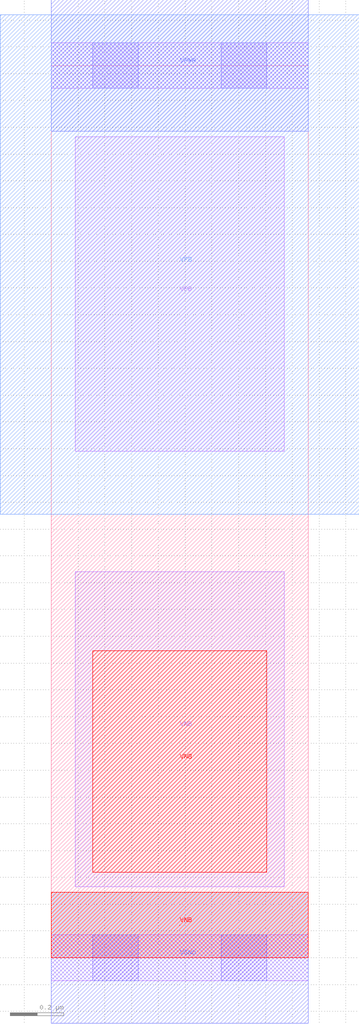
<source format=lef>
# Copyright 2020 The SkyWater PDK Authors
#
# Licensed under the Apache License, Version 2.0 (the "License");
# you may not use this file except in compliance with the License.
# You may obtain a copy of the License at
#
#     https://www.apache.org/licenses/LICENSE-2.0
#
# Unless required by applicable law or agreed to in writing, software
# distributed under the License is distributed on an "AS IS" BASIS,
# WITHOUT WARRANTIES OR CONDITIONS OF ANY KIND, either express or implied.
# See the License for the specific language governing permissions and
# limitations under the License.
#
# SPDX-License-Identifier: Apache-2.0

VERSION 5.7 ;
  NOWIREEXTENSIONATPIN ON ;
  DIVIDERCHAR "/" ;
  BUSBITCHARS "[]" ;
MACRO sky130_fd_sc_lp__tap_2
  CLASS CORE WELLTAP ;
  FOREIGN sky130_fd_sc_lp__tap_2 ;
  ORIGIN  0.000000  0.000000 ;
  SIZE  0.960000 BY  3.330000 ;
  SYMMETRY X Y R90 ;
  SITE unit ;
  PIN VGND
    DIRECTION INOUT ;
    USE GROUND ;
    PORT
      LAYER met1 ;
        RECT 0.000000 -0.245000 0.960000 0.245000 ;
    END
  END VGND
  PIN VNB
    DIRECTION INOUT ;
    USE GROUND ;
    PORT
      LAYER li1 ;
        RECT 0.090000 0.265000 0.870000 1.440000 ;
      LAYER pwell ;
        RECT 0.155000 0.320000 0.805000 1.145000 ;
    END
    PORT
      LAYER pwell ;
        RECT 0.000000 0.000000 0.960000 0.245000 ;
    END
  END VNB
  PIN VPB
    DIRECTION INOUT ;
    USE POWER ;
    PORT
      LAYER li1 ;
        RECT 0.090000 1.890000 0.870000 3.065000 ;
      LAYER nwell ;
        RECT -0.190000 1.655000 1.150000 3.520000 ;
    END
  END VPB
  PIN VPWR
    DIRECTION INOUT ;
    USE POWER ;
    PORT
      LAYER met1 ;
        RECT 0.000000 3.085000 0.960000 3.575000 ;
    END
  END VPWR
  OBS
    LAYER li1 ;
      RECT 0.000000 -0.085000 0.960000 0.085000 ;
      RECT 0.000000  3.245000 0.960000 3.415000 ;
    LAYER mcon ;
      RECT 0.155000 -0.085000 0.325000 0.085000 ;
      RECT 0.155000  3.245000 0.325000 3.415000 ;
      RECT 0.635000 -0.085000 0.805000 0.085000 ;
      RECT 0.635000  3.245000 0.805000 3.415000 ;
  END
END sky130_fd_sc_lp__tap_2
END LIBRARY

</source>
